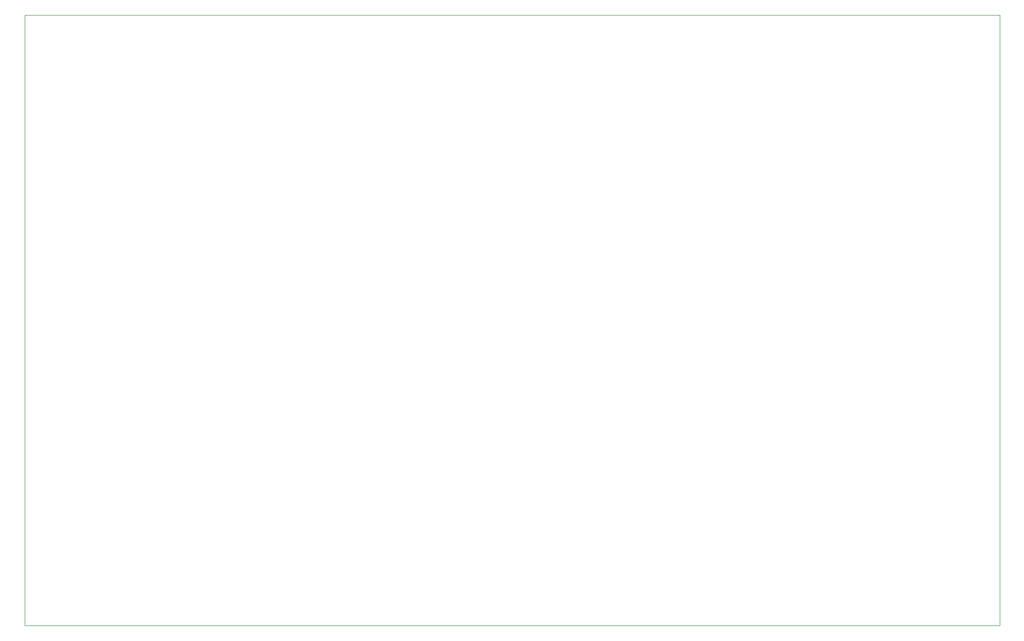
<source format=gbr>
%TF.GenerationSoftware,KiCad,Pcbnew,6.0.9-8da3e8f707~117~ubuntu20.04.1*%
%TF.CreationDate,2022-12-14T18:19:00+01:00*%
%TF.ProjectId,anna_elsa_esp32_cpu,616e6e61-5f65-46c7-9361-5f6573703332,rev?*%
%TF.SameCoordinates,Original*%
%TF.FileFunction,Profile,NP*%
%FSLAX46Y46*%
G04 Gerber Fmt 4.6, Leading zero omitted, Abs format (unit mm)*
G04 Created by KiCad (PCBNEW 6.0.9-8da3e8f707~117~ubuntu20.04.1) date 2022-12-14 18:19:00*
%MOMM*%
%LPD*%
G01*
G04 APERTURE LIST*
%TA.AperFunction,Profile*%
%ADD10C,0.050000*%
%TD*%
G04 APERTURE END LIST*
D10*
X45720000Y-127000000D02*
X45720000Y-20320000D01*
X215900000Y-127000000D02*
X45720000Y-127000000D01*
X215900000Y-20320000D02*
X215900000Y-127000000D01*
X45720000Y-20320000D02*
X215900000Y-20320000D01*
M02*

</source>
